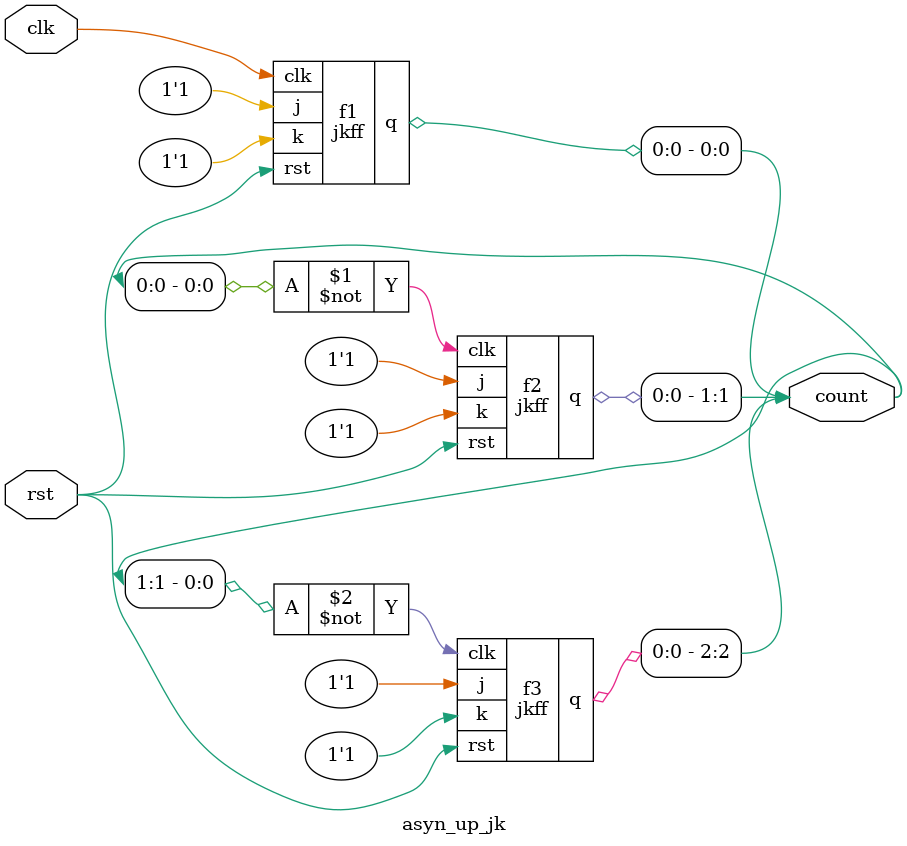
<source format=v>
module jkff(j,k,clk,rst,q,qb);
input j,k,clk,rst;
output reg q;
output qb;
assign qb=~q;
always@(posedge clk or posedge rst)begin
	if(rst)
begin
	q<=0;
end
else
begin
case({j,k})
2'b00:q<=q;
2'b01:q<=0;
2'b10:q<=1;
2'b11:q<=~q;
endcase
end
end
endmodule

module asyn_up_jk( input clk,rst,
output [2:0]count
);
jkff f1(.clk(clk),.rst(rst),.j(1'b1),.k(1'b1),.q(count[0]));
jkff f2(.clk(~count[0]),.rst(rst),.j(1'b1),.k(1'b1),.q(count[1]));
jkff f3(.clk(~count[1]),.rst(rst),.j(1'b1),.k(1'b1),.q(count[2]));
endmodule 


</source>
